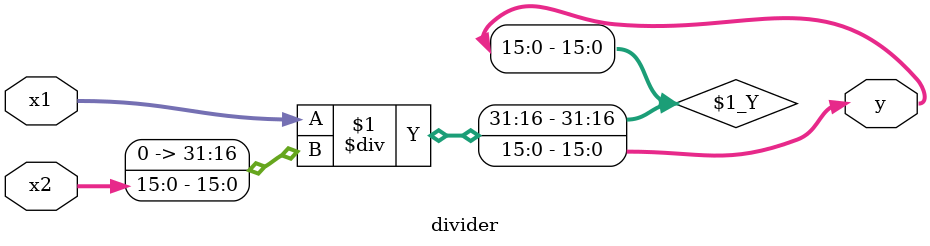
<source format=v>
`timescale 1ns / 1ps


module divider(
    input [31:0] x1,
    input [15:0] x2,
    output [15:0] y
    );
    
    assign y=$unsigned(x1)/$unsigned(x2);
endmodule

</source>
